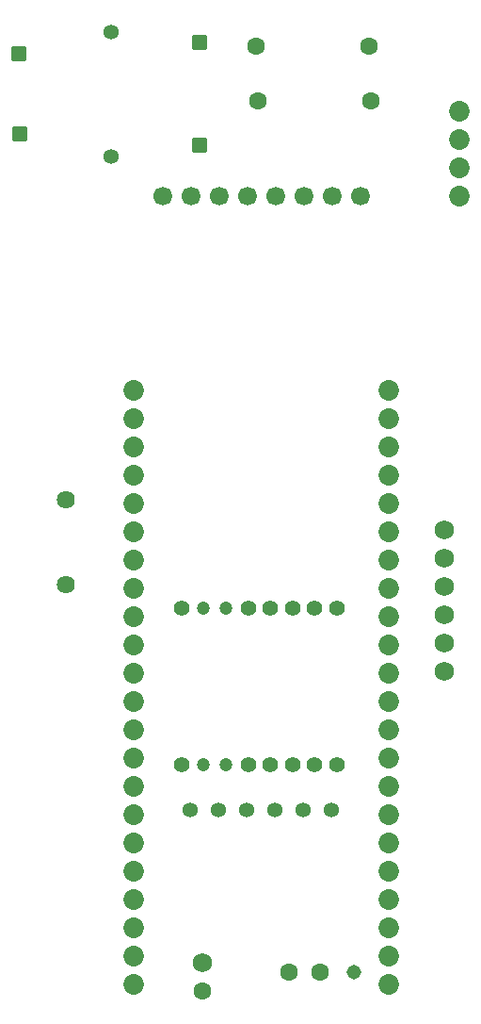
<source format=gts>
G04 Layer: TopSolderMaskLayer*
G04 EasyEDA v6.5.40, 2024-06-27 16:13:32*
G04 1bb4523bb94a4e3199f7f8869f766872,df7e7e3c38a3447abd37b529b333d242,10*
G04 Gerber Generator version 0.2*
G04 Scale: 100 percent, Rotated: No, Reflected: No *
G04 Dimensions in millimeters *
G04 leading zeros omitted , absolute positions ,4 integer and 5 decimal *
%FSLAX45Y45*%
%MOMM*%

%AMMACRO1*1,1,$1,$2,$3*1,1,$1,$4,$5*1,1,$1,0-$2,0-$3*1,1,$1,0-$4,0-$5*20,1,$1,$2,$3,$4,$5,0*20,1,$1,$4,$5,0-$2,0-$3,0*20,1,$1,0-$2,0-$3,0-$4,0-$5,0*20,1,$1,0-$4,0-$5,$2,$3,0*4,1,4,$2,$3,$4,$5,0-$2,0-$3,0-$4,0-$5,$2,$3,0*%
%ADD10C,1.6916*%
%ADD11C,1.3616*%
%ADD12MACRO1,0.1016X-0.63X0.63X0.63X0.63*%
%ADD13C,1.4032*%
%ADD14C,1.2032*%
%ADD15C,1.6016*%
%ADD16C,1.7526*%
%ADD17C,1.7272*%
%ADD18C,1.8516*%
%ADD19C,1.3132*%
%ADD20C,1.8516*%
%ADD21C,1.6256*%

%LPD*%
D10*
G01*
X1917700Y8443391D03*
G01*
X2171700Y8443391D03*
G01*
X2425700Y8443391D03*
G01*
X2679700Y8443391D03*
G01*
X2933700Y8443391D03*
G01*
X3187700Y8443391D03*
G01*
X3441700Y8443391D03*
G01*
X3695700Y8443391D03*
D11*
G01*
X1447901Y8801100D03*
G01*
X1447901Y9918700D03*
D12*
G01*
X2247900Y8901101D03*
G01*
X2247900Y9818698D03*
G01*
X620702Y9718700D03*
G01*
X626701Y9001099D03*
D13*
G01*
X2081301Y3338601D03*
D14*
G01*
X2281300Y3338601D03*
G01*
X2481300Y3338601D03*
D13*
G01*
X2681300Y3338601D03*
G01*
X2881299Y3338601D03*
G01*
X3081299Y3338601D03*
G01*
X3281299Y3338601D03*
G01*
X3481298Y3338601D03*
G01*
X3481298Y4738598D03*
G01*
X3281299Y4738598D03*
G01*
X3081299Y4738598D03*
G01*
X2881299Y4738598D03*
G01*
X2681300Y4738598D03*
D14*
G01*
X2481300Y4738598D03*
G01*
X2281300Y4738598D03*
D13*
G01*
X2081301Y4738598D03*
D15*
G01*
X2755900Y9791700D03*
G01*
X3771900Y9791700D03*
G01*
X3784600Y9296400D03*
G01*
X2768600Y9296400D03*
G01*
X2273300Y1308100D03*
D16*
G01*
X2273300Y1562100D03*
D17*
G01*
X4445000Y5442991D03*
G01*
X4445000Y5188991D03*
G01*
X4445000Y4934991D03*
G01*
X4445000Y4680991D03*
G01*
X4445000Y4426991D03*
G01*
X4445000Y4172991D03*
D18*
G01*
X1650111Y6699986D03*
G01*
X1650111Y6445986D03*
G01*
X1650111Y6191986D03*
G01*
X1650111Y5937986D03*
G01*
X1650111Y5683986D03*
G01*
X1650111Y5429986D03*
G01*
X1650111Y5175986D03*
G01*
X1650111Y4921986D03*
G01*
X1650111Y4667986D03*
G01*
X1650111Y4413986D03*
G01*
X1650111Y4159986D03*
G01*
X1650111Y3905986D03*
G01*
X1650111Y3651986D03*
G01*
X1650111Y3397986D03*
G01*
X1650111Y3143986D03*
G01*
X1650111Y2889986D03*
G01*
X1650111Y2635986D03*
G01*
X1650111Y2381986D03*
G01*
X1650111Y2127986D03*
G01*
X1650111Y1873986D03*
G01*
X1650111Y1619986D03*
G01*
X1650111Y1365986D03*
G01*
X3950106Y1365986D03*
G01*
X3950106Y1619986D03*
G01*
X3950106Y1873986D03*
G01*
X3950106Y2127986D03*
G01*
X3950106Y2381986D03*
G01*
X3950106Y2635986D03*
G01*
X3950106Y2889986D03*
G01*
X3950106Y3143986D03*
G01*
X3950106Y3397986D03*
G01*
X3950106Y3651986D03*
G01*
X3950106Y3905986D03*
G01*
X3950106Y4159986D03*
G01*
X3950106Y4413986D03*
G01*
X3950106Y4667986D03*
G01*
X3950106Y4921986D03*
G01*
X3950106Y5175986D03*
G01*
X3950106Y5429986D03*
G01*
X3950106Y5683986D03*
G01*
X3950106Y5937986D03*
G01*
X3950106Y6191986D03*
G01*
X3950106Y6445986D03*
G01*
X3950106Y6699986D03*
D15*
G01*
X3048000Y1473200D03*
G01*
X3327400Y1473200D03*
D19*
G01*
X3632200Y1473200D03*
D11*
G01*
X2159000Y2934588D03*
G01*
X2413000Y2934588D03*
G01*
X2667000Y2934588D03*
G01*
X2921000Y2934588D03*
G01*
X3175000Y2934588D03*
G01*
X3429000Y2934588D03*
D18*
G01*
X4584700Y8445500D03*
D20*
G01*
X4584700Y8699500D03*
G01*
X4584700Y8953500D03*
G01*
X4584700Y9207500D03*
D21*
G01*
X1041400Y4953000D03*
G01*
X1041400Y5715000D03*
M02*

</source>
